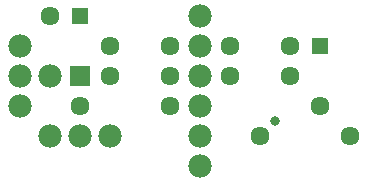
<source format=gts>
G75*
%MOIN*%
%OFA0B0*%
%FSLAX25Y25*%
%IPPOS*%
%LPD*%
%AMOC8*
5,1,8,0,0,1.08239X$1,22.5*
%
%ADD10C,0.03162*%
%ADD11C,0.06343*%
%ADD12R,0.05556X0.05556*%
%ADD13C,0.07800*%
%ADD14R,0.07100X0.07100*%
D10*
X0125337Y0026833D03*
D11*
X0120337Y0021833D03*
X0140337Y0031833D03*
X0150337Y0021833D03*
X0130337Y0041833D03*
X0110337Y0041833D03*
X0090337Y0041833D03*
X0070337Y0041833D03*
X0070337Y0051833D03*
X0090337Y0051833D03*
X0110337Y0051833D03*
X0130337Y0051833D03*
X0090337Y0031833D03*
X0060337Y0031833D03*
X0050337Y0061833D03*
D12*
X0060337Y0061833D03*
X0140337Y0051833D03*
D13*
X0050337Y0021833D03*
X0060337Y0021833D03*
X0070337Y0021833D03*
X0100337Y0021833D03*
X0100337Y0011833D03*
X0100337Y0031833D03*
X0100337Y0041833D03*
X0100337Y0051833D03*
X0100337Y0061833D03*
X0050337Y0041833D03*
X0040337Y0041833D03*
X0040337Y0051833D03*
X0040337Y0031833D03*
D14*
X0060337Y0041833D03*
M02*

</source>
